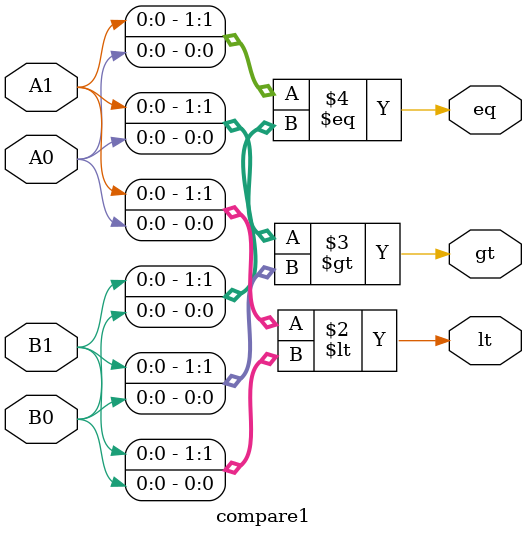
<source format=v>

module compare1 (A1, A0, B1, B0, lt, gt, eq);

  input A1, A0, B1, B0;
  output reg  lt, gt, eq;
  
  always @ (A1, A0, B1, B0)
   begin
     lt = ({A1,A0}<{B1,B0});
     gt = ({A1,A0}>{B1,B0});
     eq = ({A1,A0}=={B1,B0});
  end
endmodule
</source>
